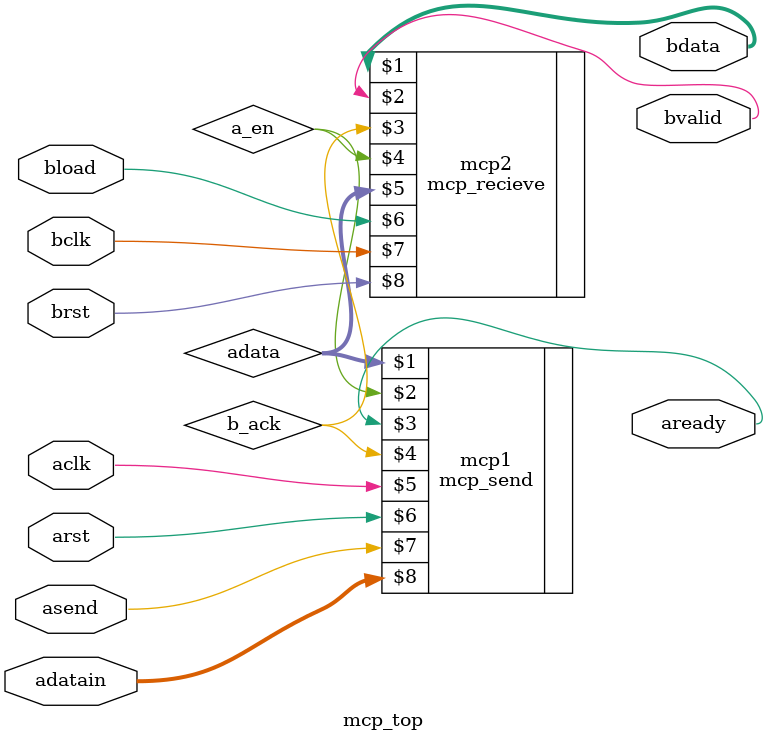
<source format=sv>
`timescale 1ns / 1ps

parameter BUS_LEN = 40; // BUS_LEN and DATA_LEN is same

module mcp_top( adatain, aclk, arst, asend, aready, bdata, bclk, brst, bvalid, bload);


input logic aclk, arst;
input logic [BUS_LEN-1:0] adatain;
input logic asend;
output aready;

//------------------------------------------------------------------------------------
  logic [BUS_LEN-1:0] adata;
  logic a_en, b_ack;
//-------------------------------------------------------------------------------------

input logic bclk,brst;
input logic bload;
output logic bvalid;
output logic [BUS_LEN-1:0]bdata;







mcp_send mcp1( adata, a_en, aready, b_ack, aclk, arst, asend, adatain);

mcp_recieve mcp2( bdata, bvalid, b_ack, a_en, adata, bload, bclk, brst);




endmodule

</source>
